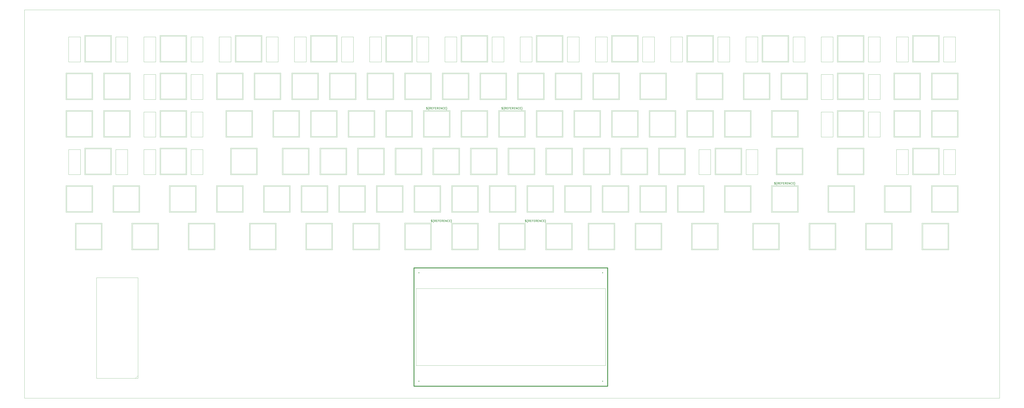
<source format=gbr>
%TF.GenerationSoftware,KiCad,Pcbnew,8.0.1-8.0.1-1~ubuntu22.04.1*%
%TF.CreationDate,2024-04-12T16:39:56+03:00*%
%TF.ProjectId,SpaceCadet,53706163-6543-4616-9465-742e6b696361,rev?*%
%TF.SameCoordinates,Original*%
%TF.FileFunction,AssemblyDrawing,Top*%
%FSLAX46Y46*%
G04 Gerber Fmt 4.6, Leading zero omitted, Abs format (unit mm)*
G04 Created by KiCad (PCBNEW 8.0.1-8.0.1-1~ubuntu22.04.1) date 2024-04-12 16:39:56*
%MOMM*%
%LPD*%
G01*
G04 APERTURE LIST*
%ADD10C,0.150000*%
%ADD11C,0.100000*%
%ADD12C,0.381000*%
%ADD13C,0.120000*%
%TA.AperFunction,Profile*%
%ADD14C,0.100000*%
%TD*%
G04 APERTURE END LIST*
D10*
X265488014Y-116773204D02*
X265630871Y-116820823D01*
X265630871Y-116820823D02*
X265868966Y-116820823D01*
X265868966Y-116820823D02*
X265964204Y-116773204D01*
X265964204Y-116773204D02*
X266011823Y-116725584D01*
X266011823Y-116725584D02*
X266059442Y-116630346D01*
X266059442Y-116630346D02*
X266059442Y-116535108D01*
X266059442Y-116535108D02*
X266011823Y-116439870D01*
X266011823Y-116439870D02*
X265964204Y-116392251D01*
X265964204Y-116392251D02*
X265868966Y-116344632D01*
X265868966Y-116344632D02*
X265678490Y-116297013D01*
X265678490Y-116297013D02*
X265583252Y-116249394D01*
X265583252Y-116249394D02*
X265535633Y-116201775D01*
X265535633Y-116201775D02*
X265488014Y-116106537D01*
X265488014Y-116106537D02*
X265488014Y-116011299D01*
X265488014Y-116011299D02*
X265535633Y-115916061D01*
X265535633Y-115916061D02*
X265583252Y-115868442D01*
X265583252Y-115868442D02*
X265678490Y-115820823D01*
X265678490Y-115820823D02*
X265916585Y-115820823D01*
X265916585Y-115820823D02*
X266059442Y-115868442D01*
X265773728Y-115677965D02*
X265773728Y-116963680D01*
X266773728Y-117201775D02*
X266726109Y-117201775D01*
X266726109Y-117201775D02*
X266630871Y-117154156D01*
X266630871Y-117154156D02*
X266583252Y-117058918D01*
X266583252Y-117058918D02*
X266583252Y-116582727D01*
X266583252Y-116582727D02*
X266535633Y-116487489D01*
X266535633Y-116487489D02*
X266440395Y-116439870D01*
X266440395Y-116439870D02*
X266535633Y-116392251D01*
X266535633Y-116392251D02*
X266583252Y-116297013D01*
X266583252Y-116297013D02*
X266583252Y-115820823D01*
X266583252Y-115820823D02*
X266630871Y-115725584D01*
X266630871Y-115725584D02*
X266726109Y-115677965D01*
X266726109Y-115677965D02*
X266773728Y-115677965D01*
X267726109Y-116820823D02*
X267392776Y-116344632D01*
X267154681Y-116820823D02*
X267154681Y-115820823D01*
X267154681Y-115820823D02*
X267535633Y-115820823D01*
X267535633Y-115820823D02*
X267630871Y-115868442D01*
X267630871Y-115868442D02*
X267678490Y-115916061D01*
X267678490Y-115916061D02*
X267726109Y-116011299D01*
X267726109Y-116011299D02*
X267726109Y-116154156D01*
X267726109Y-116154156D02*
X267678490Y-116249394D01*
X267678490Y-116249394D02*
X267630871Y-116297013D01*
X267630871Y-116297013D02*
X267535633Y-116344632D01*
X267535633Y-116344632D02*
X267154681Y-116344632D01*
X268154681Y-116297013D02*
X268488014Y-116297013D01*
X268630871Y-116820823D02*
X268154681Y-116820823D01*
X268154681Y-116820823D02*
X268154681Y-115820823D01*
X268154681Y-115820823D02*
X268630871Y-115820823D01*
X269392776Y-116297013D02*
X269059443Y-116297013D01*
X269059443Y-116820823D02*
X269059443Y-115820823D01*
X269059443Y-115820823D02*
X269535633Y-115820823D01*
X269916586Y-116297013D02*
X270249919Y-116297013D01*
X270392776Y-116820823D02*
X269916586Y-116820823D01*
X269916586Y-116820823D02*
X269916586Y-115820823D01*
X269916586Y-115820823D02*
X270392776Y-115820823D01*
X271392776Y-116820823D02*
X271059443Y-116344632D01*
X270821348Y-116820823D02*
X270821348Y-115820823D01*
X270821348Y-115820823D02*
X271202300Y-115820823D01*
X271202300Y-115820823D02*
X271297538Y-115868442D01*
X271297538Y-115868442D02*
X271345157Y-115916061D01*
X271345157Y-115916061D02*
X271392776Y-116011299D01*
X271392776Y-116011299D02*
X271392776Y-116154156D01*
X271392776Y-116154156D02*
X271345157Y-116249394D01*
X271345157Y-116249394D02*
X271297538Y-116297013D01*
X271297538Y-116297013D02*
X271202300Y-116344632D01*
X271202300Y-116344632D02*
X270821348Y-116344632D01*
X271821348Y-116297013D02*
X272154681Y-116297013D01*
X272297538Y-116820823D02*
X271821348Y-116820823D01*
X271821348Y-116820823D02*
X271821348Y-115820823D01*
X271821348Y-115820823D02*
X272297538Y-115820823D01*
X272726110Y-116820823D02*
X272726110Y-115820823D01*
X272726110Y-115820823D02*
X273297538Y-116820823D01*
X273297538Y-116820823D02*
X273297538Y-115820823D01*
X274345157Y-116725584D02*
X274297538Y-116773204D01*
X274297538Y-116773204D02*
X274154681Y-116820823D01*
X274154681Y-116820823D02*
X274059443Y-116820823D01*
X274059443Y-116820823D02*
X273916586Y-116773204D01*
X273916586Y-116773204D02*
X273821348Y-116677965D01*
X273821348Y-116677965D02*
X273773729Y-116582727D01*
X273773729Y-116582727D02*
X273726110Y-116392251D01*
X273726110Y-116392251D02*
X273726110Y-116249394D01*
X273726110Y-116249394D02*
X273773729Y-116058918D01*
X273773729Y-116058918D02*
X273821348Y-115963680D01*
X273821348Y-115963680D02*
X273916586Y-115868442D01*
X273916586Y-115868442D02*
X274059443Y-115820823D01*
X274059443Y-115820823D02*
X274154681Y-115820823D01*
X274154681Y-115820823D02*
X274297538Y-115868442D01*
X274297538Y-115868442D02*
X274345157Y-115916061D01*
X274773729Y-116297013D02*
X275107062Y-116297013D01*
X275249919Y-116820823D02*
X274773729Y-116820823D01*
X274773729Y-116820823D02*
X274773729Y-115820823D01*
X274773729Y-115820823D02*
X275249919Y-115820823D01*
X275583253Y-117201775D02*
X275630872Y-117201775D01*
X275630872Y-117201775D02*
X275726110Y-117154156D01*
X275726110Y-117154156D02*
X275773729Y-117058918D01*
X275773729Y-117058918D02*
X275773729Y-116582727D01*
X275773729Y-116582727D02*
X275821348Y-116487489D01*
X275821348Y-116487489D02*
X275916586Y-116439870D01*
X275916586Y-116439870D02*
X275821348Y-116392251D01*
X275821348Y-116392251D02*
X275773729Y-116297013D01*
X275773729Y-116297013D02*
X275773729Y-115820823D01*
X275773729Y-115820823D02*
X275726110Y-115725584D01*
X275726110Y-115725584D02*
X275630872Y-115677965D01*
X275630872Y-115677965D02*
X275583253Y-115677965D01*
X217863014Y-116773204D02*
X218005871Y-116820823D01*
X218005871Y-116820823D02*
X218243966Y-116820823D01*
X218243966Y-116820823D02*
X218339204Y-116773204D01*
X218339204Y-116773204D02*
X218386823Y-116725584D01*
X218386823Y-116725584D02*
X218434442Y-116630346D01*
X218434442Y-116630346D02*
X218434442Y-116535108D01*
X218434442Y-116535108D02*
X218386823Y-116439870D01*
X218386823Y-116439870D02*
X218339204Y-116392251D01*
X218339204Y-116392251D02*
X218243966Y-116344632D01*
X218243966Y-116344632D02*
X218053490Y-116297013D01*
X218053490Y-116297013D02*
X217958252Y-116249394D01*
X217958252Y-116249394D02*
X217910633Y-116201775D01*
X217910633Y-116201775D02*
X217863014Y-116106537D01*
X217863014Y-116106537D02*
X217863014Y-116011299D01*
X217863014Y-116011299D02*
X217910633Y-115916061D01*
X217910633Y-115916061D02*
X217958252Y-115868442D01*
X217958252Y-115868442D02*
X218053490Y-115820823D01*
X218053490Y-115820823D02*
X218291585Y-115820823D01*
X218291585Y-115820823D02*
X218434442Y-115868442D01*
X218148728Y-115677965D02*
X218148728Y-116963680D01*
X219148728Y-117201775D02*
X219101109Y-117201775D01*
X219101109Y-117201775D02*
X219005871Y-117154156D01*
X219005871Y-117154156D02*
X218958252Y-117058918D01*
X218958252Y-117058918D02*
X218958252Y-116582727D01*
X218958252Y-116582727D02*
X218910633Y-116487489D01*
X218910633Y-116487489D02*
X218815395Y-116439870D01*
X218815395Y-116439870D02*
X218910633Y-116392251D01*
X218910633Y-116392251D02*
X218958252Y-116297013D01*
X218958252Y-116297013D02*
X218958252Y-115820823D01*
X218958252Y-115820823D02*
X219005871Y-115725584D01*
X219005871Y-115725584D02*
X219101109Y-115677965D01*
X219101109Y-115677965D02*
X219148728Y-115677965D01*
X220101109Y-116820823D02*
X219767776Y-116344632D01*
X219529681Y-116820823D02*
X219529681Y-115820823D01*
X219529681Y-115820823D02*
X219910633Y-115820823D01*
X219910633Y-115820823D02*
X220005871Y-115868442D01*
X220005871Y-115868442D02*
X220053490Y-115916061D01*
X220053490Y-115916061D02*
X220101109Y-116011299D01*
X220101109Y-116011299D02*
X220101109Y-116154156D01*
X220101109Y-116154156D02*
X220053490Y-116249394D01*
X220053490Y-116249394D02*
X220005871Y-116297013D01*
X220005871Y-116297013D02*
X219910633Y-116344632D01*
X219910633Y-116344632D02*
X219529681Y-116344632D01*
X220529681Y-116297013D02*
X220863014Y-116297013D01*
X221005871Y-116820823D02*
X220529681Y-116820823D01*
X220529681Y-116820823D02*
X220529681Y-115820823D01*
X220529681Y-115820823D02*
X221005871Y-115820823D01*
X221767776Y-116297013D02*
X221434443Y-116297013D01*
X221434443Y-116820823D02*
X221434443Y-115820823D01*
X221434443Y-115820823D02*
X221910633Y-115820823D01*
X222291586Y-116297013D02*
X222624919Y-116297013D01*
X222767776Y-116820823D02*
X222291586Y-116820823D01*
X222291586Y-116820823D02*
X222291586Y-115820823D01*
X222291586Y-115820823D02*
X222767776Y-115820823D01*
X223767776Y-116820823D02*
X223434443Y-116344632D01*
X223196348Y-116820823D02*
X223196348Y-115820823D01*
X223196348Y-115820823D02*
X223577300Y-115820823D01*
X223577300Y-115820823D02*
X223672538Y-115868442D01*
X223672538Y-115868442D02*
X223720157Y-115916061D01*
X223720157Y-115916061D02*
X223767776Y-116011299D01*
X223767776Y-116011299D02*
X223767776Y-116154156D01*
X223767776Y-116154156D02*
X223720157Y-116249394D01*
X223720157Y-116249394D02*
X223672538Y-116297013D01*
X223672538Y-116297013D02*
X223577300Y-116344632D01*
X223577300Y-116344632D02*
X223196348Y-116344632D01*
X224196348Y-116297013D02*
X224529681Y-116297013D01*
X224672538Y-116820823D02*
X224196348Y-116820823D01*
X224196348Y-116820823D02*
X224196348Y-115820823D01*
X224196348Y-115820823D02*
X224672538Y-115820823D01*
X225101110Y-116820823D02*
X225101110Y-115820823D01*
X225101110Y-115820823D02*
X225672538Y-116820823D01*
X225672538Y-116820823D02*
X225672538Y-115820823D01*
X226720157Y-116725584D02*
X226672538Y-116773204D01*
X226672538Y-116773204D02*
X226529681Y-116820823D01*
X226529681Y-116820823D02*
X226434443Y-116820823D01*
X226434443Y-116820823D02*
X226291586Y-116773204D01*
X226291586Y-116773204D02*
X226196348Y-116677965D01*
X226196348Y-116677965D02*
X226148729Y-116582727D01*
X226148729Y-116582727D02*
X226101110Y-116392251D01*
X226101110Y-116392251D02*
X226101110Y-116249394D01*
X226101110Y-116249394D02*
X226148729Y-116058918D01*
X226148729Y-116058918D02*
X226196348Y-115963680D01*
X226196348Y-115963680D02*
X226291586Y-115868442D01*
X226291586Y-115868442D02*
X226434443Y-115820823D01*
X226434443Y-115820823D02*
X226529681Y-115820823D01*
X226529681Y-115820823D02*
X226672538Y-115868442D01*
X226672538Y-115868442D02*
X226720157Y-115916061D01*
X227148729Y-116297013D02*
X227482062Y-116297013D01*
X227624919Y-116820823D02*
X227148729Y-116820823D01*
X227148729Y-116820823D02*
X227148729Y-115820823D01*
X227148729Y-115820823D02*
X227624919Y-115820823D01*
X227958253Y-117201775D02*
X228005872Y-117201775D01*
X228005872Y-117201775D02*
X228101110Y-117154156D01*
X228101110Y-117154156D02*
X228148729Y-117058918D01*
X228148729Y-117058918D02*
X228148729Y-116582727D01*
X228148729Y-116582727D02*
X228196348Y-116487489D01*
X228196348Y-116487489D02*
X228291586Y-116439870D01*
X228291586Y-116439870D02*
X228196348Y-116392251D01*
X228196348Y-116392251D02*
X228148729Y-116297013D01*
X228148729Y-116297013D02*
X228148729Y-115820823D01*
X228148729Y-115820823D02*
X228101110Y-115725584D01*
X228101110Y-115725584D02*
X228005872Y-115677965D01*
X228005872Y-115677965D02*
X227958253Y-115677965D01*
X253581704Y-59623204D02*
X253724561Y-59670823D01*
X253724561Y-59670823D02*
X253962656Y-59670823D01*
X253962656Y-59670823D02*
X254057894Y-59623204D01*
X254057894Y-59623204D02*
X254105513Y-59575584D01*
X254105513Y-59575584D02*
X254153132Y-59480346D01*
X254153132Y-59480346D02*
X254153132Y-59385108D01*
X254153132Y-59385108D02*
X254105513Y-59289870D01*
X254105513Y-59289870D02*
X254057894Y-59242251D01*
X254057894Y-59242251D02*
X253962656Y-59194632D01*
X253962656Y-59194632D02*
X253772180Y-59147013D01*
X253772180Y-59147013D02*
X253676942Y-59099394D01*
X253676942Y-59099394D02*
X253629323Y-59051775D01*
X253629323Y-59051775D02*
X253581704Y-58956537D01*
X253581704Y-58956537D02*
X253581704Y-58861299D01*
X253581704Y-58861299D02*
X253629323Y-58766061D01*
X253629323Y-58766061D02*
X253676942Y-58718442D01*
X253676942Y-58718442D02*
X253772180Y-58670823D01*
X253772180Y-58670823D02*
X254010275Y-58670823D01*
X254010275Y-58670823D02*
X254153132Y-58718442D01*
X253867418Y-58527965D02*
X253867418Y-59813680D01*
X254867418Y-60051775D02*
X254819799Y-60051775D01*
X254819799Y-60051775D02*
X254724561Y-60004156D01*
X254724561Y-60004156D02*
X254676942Y-59908918D01*
X254676942Y-59908918D02*
X254676942Y-59432727D01*
X254676942Y-59432727D02*
X254629323Y-59337489D01*
X254629323Y-59337489D02*
X254534085Y-59289870D01*
X254534085Y-59289870D02*
X254629323Y-59242251D01*
X254629323Y-59242251D02*
X254676942Y-59147013D01*
X254676942Y-59147013D02*
X254676942Y-58670823D01*
X254676942Y-58670823D02*
X254724561Y-58575584D01*
X254724561Y-58575584D02*
X254819799Y-58527965D01*
X254819799Y-58527965D02*
X254867418Y-58527965D01*
X255819799Y-59670823D02*
X255486466Y-59194632D01*
X255248371Y-59670823D02*
X255248371Y-58670823D01*
X255248371Y-58670823D02*
X255629323Y-58670823D01*
X255629323Y-58670823D02*
X255724561Y-58718442D01*
X255724561Y-58718442D02*
X255772180Y-58766061D01*
X255772180Y-58766061D02*
X255819799Y-58861299D01*
X255819799Y-58861299D02*
X255819799Y-59004156D01*
X255819799Y-59004156D02*
X255772180Y-59099394D01*
X255772180Y-59099394D02*
X255724561Y-59147013D01*
X255724561Y-59147013D02*
X255629323Y-59194632D01*
X255629323Y-59194632D02*
X255248371Y-59194632D01*
X256248371Y-59147013D02*
X256581704Y-59147013D01*
X256724561Y-59670823D02*
X256248371Y-59670823D01*
X256248371Y-59670823D02*
X256248371Y-58670823D01*
X256248371Y-58670823D02*
X256724561Y-58670823D01*
X257486466Y-59147013D02*
X257153133Y-59147013D01*
X257153133Y-59670823D02*
X257153133Y-58670823D01*
X257153133Y-58670823D02*
X257629323Y-58670823D01*
X258010276Y-59147013D02*
X258343609Y-59147013D01*
X258486466Y-59670823D02*
X258010276Y-59670823D01*
X258010276Y-59670823D02*
X258010276Y-58670823D01*
X258010276Y-58670823D02*
X258486466Y-58670823D01*
X259486466Y-59670823D02*
X259153133Y-59194632D01*
X258915038Y-59670823D02*
X258915038Y-58670823D01*
X258915038Y-58670823D02*
X259295990Y-58670823D01*
X259295990Y-58670823D02*
X259391228Y-58718442D01*
X259391228Y-58718442D02*
X259438847Y-58766061D01*
X259438847Y-58766061D02*
X259486466Y-58861299D01*
X259486466Y-58861299D02*
X259486466Y-59004156D01*
X259486466Y-59004156D02*
X259438847Y-59099394D01*
X259438847Y-59099394D02*
X259391228Y-59147013D01*
X259391228Y-59147013D02*
X259295990Y-59194632D01*
X259295990Y-59194632D02*
X258915038Y-59194632D01*
X259915038Y-59147013D02*
X260248371Y-59147013D01*
X260391228Y-59670823D02*
X259915038Y-59670823D01*
X259915038Y-59670823D02*
X259915038Y-58670823D01*
X259915038Y-58670823D02*
X260391228Y-58670823D01*
X260819800Y-59670823D02*
X260819800Y-58670823D01*
X260819800Y-58670823D02*
X261391228Y-59670823D01*
X261391228Y-59670823D02*
X261391228Y-58670823D01*
X262438847Y-59575584D02*
X262391228Y-59623204D01*
X262391228Y-59623204D02*
X262248371Y-59670823D01*
X262248371Y-59670823D02*
X262153133Y-59670823D01*
X262153133Y-59670823D02*
X262010276Y-59623204D01*
X262010276Y-59623204D02*
X261915038Y-59527965D01*
X261915038Y-59527965D02*
X261867419Y-59432727D01*
X261867419Y-59432727D02*
X261819800Y-59242251D01*
X261819800Y-59242251D02*
X261819800Y-59099394D01*
X261819800Y-59099394D02*
X261867419Y-58908918D01*
X261867419Y-58908918D02*
X261915038Y-58813680D01*
X261915038Y-58813680D02*
X262010276Y-58718442D01*
X262010276Y-58718442D02*
X262153133Y-58670823D01*
X262153133Y-58670823D02*
X262248371Y-58670823D01*
X262248371Y-58670823D02*
X262391228Y-58718442D01*
X262391228Y-58718442D02*
X262438847Y-58766061D01*
X262867419Y-59147013D02*
X263200752Y-59147013D01*
X263343609Y-59670823D02*
X262867419Y-59670823D01*
X262867419Y-59670823D02*
X262867419Y-58670823D01*
X262867419Y-58670823D02*
X263343609Y-58670823D01*
X263676943Y-60051775D02*
X263724562Y-60051775D01*
X263724562Y-60051775D02*
X263819800Y-60004156D01*
X263819800Y-60004156D02*
X263867419Y-59908918D01*
X263867419Y-59908918D02*
X263867419Y-59432727D01*
X263867419Y-59432727D02*
X263915038Y-59337489D01*
X263915038Y-59337489D02*
X264010276Y-59289870D01*
X264010276Y-59289870D02*
X263915038Y-59242251D01*
X263915038Y-59242251D02*
X263867419Y-59147013D01*
X263867419Y-59147013D02*
X263867419Y-58670823D01*
X263867419Y-58670823D02*
X263819800Y-58575584D01*
X263819800Y-58575584D02*
X263724562Y-58527965D01*
X263724562Y-58527965D02*
X263676943Y-58527965D01*
X215481724Y-59623204D02*
X215624581Y-59670823D01*
X215624581Y-59670823D02*
X215862676Y-59670823D01*
X215862676Y-59670823D02*
X215957914Y-59623204D01*
X215957914Y-59623204D02*
X216005533Y-59575584D01*
X216005533Y-59575584D02*
X216053152Y-59480346D01*
X216053152Y-59480346D02*
X216053152Y-59385108D01*
X216053152Y-59385108D02*
X216005533Y-59289870D01*
X216005533Y-59289870D02*
X215957914Y-59242251D01*
X215957914Y-59242251D02*
X215862676Y-59194632D01*
X215862676Y-59194632D02*
X215672200Y-59147013D01*
X215672200Y-59147013D02*
X215576962Y-59099394D01*
X215576962Y-59099394D02*
X215529343Y-59051775D01*
X215529343Y-59051775D02*
X215481724Y-58956537D01*
X215481724Y-58956537D02*
X215481724Y-58861299D01*
X215481724Y-58861299D02*
X215529343Y-58766061D01*
X215529343Y-58766061D02*
X215576962Y-58718442D01*
X215576962Y-58718442D02*
X215672200Y-58670823D01*
X215672200Y-58670823D02*
X215910295Y-58670823D01*
X215910295Y-58670823D02*
X216053152Y-58718442D01*
X215767438Y-58527965D02*
X215767438Y-59813680D01*
X216767438Y-60051775D02*
X216719819Y-60051775D01*
X216719819Y-60051775D02*
X216624581Y-60004156D01*
X216624581Y-60004156D02*
X216576962Y-59908918D01*
X216576962Y-59908918D02*
X216576962Y-59432727D01*
X216576962Y-59432727D02*
X216529343Y-59337489D01*
X216529343Y-59337489D02*
X216434105Y-59289870D01*
X216434105Y-59289870D02*
X216529343Y-59242251D01*
X216529343Y-59242251D02*
X216576962Y-59147013D01*
X216576962Y-59147013D02*
X216576962Y-58670823D01*
X216576962Y-58670823D02*
X216624581Y-58575584D01*
X216624581Y-58575584D02*
X216719819Y-58527965D01*
X216719819Y-58527965D02*
X216767438Y-58527965D01*
X217719819Y-59670823D02*
X217386486Y-59194632D01*
X217148391Y-59670823D02*
X217148391Y-58670823D01*
X217148391Y-58670823D02*
X217529343Y-58670823D01*
X217529343Y-58670823D02*
X217624581Y-58718442D01*
X217624581Y-58718442D02*
X217672200Y-58766061D01*
X217672200Y-58766061D02*
X217719819Y-58861299D01*
X217719819Y-58861299D02*
X217719819Y-59004156D01*
X217719819Y-59004156D02*
X217672200Y-59099394D01*
X217672200Y-59099394D02*
X217624581Y-59147013D01*
X217624581Y-59147013D02*
X217529343Y-59194632D01*
X217529343Y-59194632D02*
X217148391Y-59194632D01*
X218148391Y-59147013D02*
X218481724Y-59147013D01*
X218624581Y-59670823D02*
X218148391Y-59670823D01*
X218148391Y-59670823D02*
X218148391Y-58670823D01*
X218148391Y-58670823D02*
X218624581Y-58670823D01*
X219386486Y-59147013D02*
X219053153Y-59147013D01*
X219053153Y-59670823D02*
X219053153Y-58670823D01*
X219053153Y-58670823D02*
X219529343Y-58670823D01*
X219910296Y-59147013D02*
X220243629Y-59147013D01*
X220386486Y-59670823D02*
X219910296Y-59670823D01*
X219910296Y-59670823D02*
X219910296Y-58670823D01*
X219910296Y-58670823D02*
X220386486Y-58670823D01*
X221386486Y-59670823D02*
X221053153Y-59194632D01*
X220815058Y-59670823D02*
X220815058Y-58670823D01*
X220815058Y-58670823D02*
X221196010Y-58670823D01*
X221196010Y-58670823D02*
X221291248Y-58718442D01*
X221291248Y-58718442D02*
X221338867Y-58766061D01*
X221338867Y-58766061D02*
X221386486Y-58861299D01*
X221386486Y-58861299D02*
X221386486Y-59004156D01*
X221386486Y-59004156D02*
X221338867Y-59099394D01*
X221338867Y-59099394D02*
X221291248Y-59147013D01*
X221291248Y-59147013D02*
X221196010Y-59194632D01*
X221196010Y-59194632D02*
X220815058Y-59194632D01*
X221815058Y-59147013D02*
X222148391Y-59147013D01*
X222291248Y-59670823D02*
X221815058Y-59670823D01*
X221815058Y-59670823D02*
X221815058Y-58670823D01*
X221815058Y-58670823D02*
X222291248Y-58670823D01*
X222719820Y-59670823D02*
X222719820Y-58670823D01*
X222719820Y-58670823D02*
X223291248Y-59670823D01*
X223291248Y-59670823D02*
X223291248Y-58670823D01*
X224338867Y-59575584D02*
X224291248Y-59623204D01*
X224291248Y-59623204D02*
X224148391Y-59670823D01*
X224148391Y-59670823D02*
X224053153Y-59670823D01*
X224053153Y-59670823D02*
X223910296Y-59623204D01*
X223910296Y-59623204D02*
X223815058Y-59527965D01*
X223815058Y-59527965D02*
X223767439Y-59432727D01*
X223767439Y-59432727D02*
X223719820Y-59242251D01*
X223719820Y-59242251D02*
X223719820Y-59099394D01*
X223719820Y-59099394D02*
X223767439Y-58908918D01*
X223767439Y-58908918D02*
X223815058Y-58813680D01*
X223815058Y-58813680D02*
X223910296Y-58718442D01*
X223910296Y-58718442D02*
X224053153Y-58670823D01*
X224053153Y-58670823D02*
X224148391Y-58670823D01*
X224148391Y-58670823D02*
X224291248Y-58718442D01*
X224291248Y-58718442D02*
X224338867Y-58766061D01*
X224767439Y-59147013D02*
X225100772Y-59147013D01*
X225243629Y-59670823D02*
X224767439Y-59670823D01*
X224767439Y-59670823D02*
X224767439Y-58670823D01*
X224767439Y-58670823D02*
X225243629Y-58670823D01*
X225576963Y-60051775D02*
X225624582Y-60051775D01*
X225624582Y-60051775D02*
X225719820Y-60004156D01*
X225719820Y-60004156D02*
X225767439Y-59908918D01*
X225767439Y-59908918D02*
X225767439Y-59432727D01*
X225767439Y-59432727D02*
X225815058Y-59337489D01*
X225815058Y-59337489D02*
X225910296Y-59289870D01*
X225910296Y-59289870D02*
X225815058Y-59242251D01*
X225815058Y-59242251D02*
X225767439Y-59147013D01*
X225767439Y-59147013D02*
X225767439Y-58670823D01*
X225767439Y-58670823D02*
X225719820Y-58575584D01*
X225719820Y-58575584D02*
X225624582Y-58527965D01*
X225624582Y-58527965D02*
X225576963Y-58527965D01*
X391694154Y-97723199D02*
X391837011Y-97770818D01*
X391837011Y-97770818D02*
X392075106Y-97770818D01*
X392075106Y-97770818D02*
X392170344Y-97723199D01*
X392170344Y-97723199D02*
X392217963Y-97675579D01*
X392217963Y-97675579D02*
X392265582Y-97580341D01*
X392265582Y-97580341D02*
X392265582Y-97485103D01*
X392265582Y-97485103D02*
X392217963Y-97389865D01*
X392217963Y-97389865D02*
X392170344Y-97342246D01*
X392170344Y-97342246D02*
X392075106Y-97294627D01*
X392075106Y-97294627D02*
X391884630Y-97247008D01*
X391884630Y-97247008D02*
X391789392Y-97199389D01*
X391789392Y-97199389D02*
X391741773Y-97151770D01*
X391741773Y-97151770D02*
X391694154Y-97056532D01*
X391694154Y-97056532D02*
X391694154Y-96961294D01*
X391694154Y-96961294D02*
X391741773Y-96866056D01*
X391741773Y-96866056D02*
X391789392Y-96818437D01*
X391789392Y-96818437D02*
X391884630Y-96770818D01*
X391884630Y-96770818D02*
X392122725Y-96770818D01*
X392122725Y-96770818D02*
X392265582Y-96818437D01*
X391979868Y-96627960D02*
X391979868Y-97913675D01*
X392979868Y-98151770D02*
X392932249Y-98151770D01*
X392932249Y-98151770D02*
X392837011Y-98104151D01*
X392837011Y-98104151D02*
X392789392Y-98008913D01*
X392789392Y-98008913D02*
X392789392Y-97532722D01*
X392789392Y-97532722D02*
X392741773Y-97437484D01*
X392741773Y-97437484D02*
X392646535Y-97389865D01*
X392646535Y-97389865D02*
X392741773Y-97342246D01*
X392741773Y-97342246D02*
X392789392Y-97247008D01*
X392789392Y-97247008D02*
X392789392Y-96770818D01*
X392789392Y-96770818D02*
X392837011Y-96675579D01*
X392837011Y-96675579D02*
X392932249Y-96627960D01*
X392932249Y-96627960D02*
X392979868Y-96627960D01*
X393932249Y-97770818D02*
X393598916Y-97294627D01*
X393360821Y-97770818D02*
X393360821Y-96770818D01*
X393360821Y-96770818D02*
X393741773Y-96770818D01*
X393741773Y-96770818D02*
X393837011Y-96818437D01*
X393837011Y-96818437D02*
X393884630Y-96866056D01*
X393884630Y-96866056D02*
X393932249Y-96961294D01*
X393932249Y-96961294D02*
X393932249Y-97104151D01*
X393932249Y-97104151D02*
X393884630Y-97199389D01*
X393884630Y-97199389D02*
X393837011Y-97247008D01*
X393837011Y-97247008D02*
X393741773Y-97294627D01*
X393741773Y-97294627D02*
X393360821Y-97294627D01*
X394360821Y-97247008D02*
X394694154Y-97247008D01*
X394837011Y-97770818D02*
X394360821Y-97770818D01*
X394360821Y-97770818D02*
X394360821Y-96770818D01*
X394360821Y-96770818D02*
X394837011Y-96770818D01*
X395598916Y-97247008D02*
X395265583Y-97247008D01*
X395265583Y-97770818D02*
X395265583Y-96770818D01*
X395265583Y-96770818D02*
X395741773Y-96770818D01*
X396122726Y-97247008D02*
X396456059Y-97247008D01*
X396598916Y-97770818D02*
X396122726Y-97770818D01*
X396122726Y-97770818D02*
X396122726Y-96770818D01*
X396122726Y-96770818D02*
X396598916Y-96770818D01*
X397598916Y-97770818D02*
X397265583Y-97294627D01*
X397027488Y-97770818D02*
X397027488Y-96770818D01*
X397027488Y-96770818D02*
X397408440Y-96770818D01*
X397408440Y-96770818D02*
X397503678Y-96818437D01*
X397503678Y-96818437D02*
X397551297Y-96866056D01*
X397551297Y-96866056D02*
X397598916Y-96961294D01*
X397598916Y-96961294D02*
X397598916Y-97104151D01*
X397598916Y-97104151D02*
X397551297Y-97199389D01*
X397551297Y-97199389D02*
X397503678Y-97247008D01*
X397503678Y-97247008D02*
X397408440Y-97294627D01*
X397408440Y-97294627D02*
X397027488Y-97294627D01*
X398027488Y-97247008D02*
X398360821Y-97247008D01*
X398503678Y-97770818D02*
X398027488Y-97770818D01*
X398027488Y-97770818D02*
X398027488Y-96770818D01*
X398027488Y-96770818D02*
X398503678Y-96770818D01*
X398932250Y-97770818D02*
X398932250Y-96770818D01*
X398932250Y-96770818D02*
X399503678Y-97770818D01*
X399503678Y-97770818D02*
X399503678Y-96770818D01*
X400551297Y-97675579D02*
X400503678Y-97723199D01*
X400503678Y-97723199D02*
X400360821Y-97770818D01*
X400360821Y-97770818D02*
X400265583Y-97770818D01*
X400265583Y-97770818D02*
X400122726Y-97723199D01*
X400122726Y-97723199D02*
X400027488Y-97627960D01*
X400027488Y-97627960D02*
X399979869Y-97532722D01*
X399979869Y-97532722D02*
X399932250Y-97342246D01*
X399932250Y-97342246D02*
X399932250Y-97199389D01*
X399932250Y-97199389D02*
X399979869Y-97008913D01*
X399979869Y-97008913D02*
X400027488Y-96913675D01*
X400027488Y-96913675D02*
X400122726Y-96818437D01*
X400122726Y-96818437D02*
X400265583Y-96770818D01*
X400265583Y-96770818D02*
X400360821Y-96770818D01*
X400360821Y-96770818D02*
X400503678Y-96818437D01*
X400503678Y-96818437D02*
X400551297Y-96866056D01*
X400979869Y-97247008D02*
X401313202Y-97247008D01*
X401456059Y-97770818D02*
X400979869Y-97770818D01*
X400979869Y-97770818D02*
X400979869Y-96770818D01*
X400979869Y-96770818D02*
X401456059Y-96770818D01*
X401789393Y-98151770D02*
X401837012Y-98151770D01*
X401837012Y-98151770D02*
X401932250Y-98104151D01*
X401932250Y-98104151D02*
X401979869Y-98008913D01*
X401979869Y-98008913D02*
X401979869Y-97532722D01*
X401979869Y-97532722D02*
X402027488Y-97437484D01*
X402027488Y-97437484D02*
X402122726Y-97389865D01*
X402122726Y-97389865D02*
X402027488Y-97342246D01*
X402027488Y-97342246D02*
X401979869Y-97247008D01*
X401979869Y-97247008D02*
X401979869Y-96770818D01*
X401979869Y-96770818D02*
X401932250Y-96675579D01*
X401932250Y-96675579D02*
X401837012Y-96627960D01*
X401837012Y-96627960D02*
X401789393Y-96627960D01*
D11*
X285783480Y-98839999D02*
X298483480Y-98839999D01*
X285783480Y-111539999D02*
X285783480Y-98839999D01*
X298483480Y-98839999D02*
X298483480Y-111539999D01*
X298483480Y-111539999D02*
X285783480Y-111539999D01*
X376270970Y-41689997D02*
X388970970Y-41689997D01*
X376270970Y-54389997D02*
X376270970Y-41689997D01*
X388970970Y-41689997D02*
X388970970Y-54389997D01*
X388970970Y-54389997D02*
X376270970Y-54389997D01*
X452470890Y-60740004D02*
X465170890Y-60740004D01*
X452470890Y-73440004D02*
X452470890Y-60740004D01*
X465170890Y-60740004D02*
X465170890Y-73440004D01*
X465170890Y-73440004D02*
X452470890Y-73440004D01*
X190533530Y-98839999D02*
X203233530Y-98839999D01*
X190533530Y-111539999D02*
X190533530Y-98839999D01*
X203233530Y-98839999D02*
X203233530Y-111539999D01*
X203233530Y-111539999D02*
X190533530Y-111539999D01*
X138146060Y-60740004D02*
X150846060Y-60740004D01*
X138146060Y-73440004D02*
X138146060Y-60740004D01*
X150846060Y-60740004D02*
X150846060Y-73440004D01*
X150846060Y-73440004D02*
X138146060Y-73440004D01*
X200058510Y-79789994D02*
X212758510Y-79789994D01*
X200058510Y-92489994D02*
X200058510Y-79789994D01*
X212758510Y-79789994D02*
X212758510Y-92489994D01*
X212758510Y-92489994D02*
X200058510Y-92489994D01*
X390558440Y-98839999D02*
X403258440Y-98839999D01*
X390558440Y-111539999D02*
X390558440Y-98839999D01*
X403258440Y-98839999D02*
X403258440Y-111539999D01*
X403258440Y-111539999D02*
X390558440Y-111539999D01*
X321502290Y-117890004D02*
X334202290Y-117890004D01*
X321502290Y-130590004D02*
X321502290Y-117890004D01*
X334202290Y-117890004D02*
X334202290Y-130590004D01*
X334202290Y-130590004D02*
X321502290Y-130590004D01*
X110508060Y-23001000D02*
X110508060Y-35701000D01*
X110508060Y-23001000D02*
X116508060Y-23001000D01*
X110508060Y-35701000D02*
X116508060Y-35701000D01*
X116508060Y-23001000D02*
X116508060Y-35701000D01*
X119096060Y-22640000D02*
X131796060Y-22640000D01*
X119096060Y-22640000D02*
X131796060Y-22640000D01*
X119096060Y-35340000D02*
X119096060Y-22640000D01*
X131796060Y-22640000D02*
X131796060Y-35340000D01*
X131796060Y-35340000D02*
X119096060Y-35340000D01*
X134384060Y-23001000D02*
X134384060Y-35701000D01*
X134384060Y-23001000D02*
X140384060Y-23001000D01*
X134384060Y-35701000D02*
X140384060Y-35701000D01*
X140384060Y-23001000D02*
X140384060Y-35701000D01*
X128621070Y-41689997D02*
X141321070Y-41689997D01*
X128621070Y-54389997D02*
X128621070Y-41689997D01*
X141321070Y-41689997D02*
X141321070Y-54389997D01*
X141321070Y-54389997D02*
X128621070Y-54389997D01*
X409608590Y-117890004D02*
X422308590Y-117890004D01*
X409608590Y-130590004D02*
X409608590Y-117890004D01*
X422308590Y-117890004D02*
X422308590Y-130590004D01*
X422308590Y-130590004D02*
X409608590Y-130590004D01*
X415307910Y-61101004D02*
X415307910Y-73801004D01*
X415307910Y-61101004D02*
X421307910Y-61101004D01*
X415307910Y-73801004D02*
X421307910Y-73801004D01*
X421307910Y-61101004D02*
X421307910Y-73801004D01*
X423895910Y-60740004D02*
X436595910Y-60740004D01*
X423895910Y-60740004D02*
X436595910Y-60740004D01*
X423895910Y-73440004D02*
X423895910Y-60740004D01*
X436595910Y-60740004D02*
X436595910Y-73440004D01*
X436595910Y-73440004D02*
X423895910Y-73440004D01*
X439183910Y-61101004D02*
X439183910Y-73801004D01*
X439183910Y-61101004D02*
X445183910Y-61101004D01*
X439183910Y-73801004D02*
X445183910Y-73801004D01*
X445183910Y-61101004D02*
X445183910Y-73801004D01*
X350077310Y-117890004D02*
X362777310Y-117890004D01*
X350077310Y-130590004D02*
X350077310Y-117890004D01*
X362777310Y-117890004D02*
X362777310Y-130590004D01*
X362777310Y-130590004D02*
X350077310Y-130590004D01*
X33371060Y-60740004D02*
X46071060Y-60740004D01*
X33371060Y-73440004D02*
X33371060Y-60740004D01*
X46071060Y-60740004D02*
X46071060Y-73440004D01*
X46071060Y-73440004D02*
X33371060Y-73440004D01*
X438183600Y-117890004D02*
X450883600Y-117890004D01*
X438183600Y-130590004D02*
X438183600Y-117890004D01*
X450883600Y-117890004D02*
X450883600Y-130590004D01*
X450883600Y-130590004D02*
X438183600Y-130590004D01*
X85758560Y-98839999D02*
X98458560Y-98839999D01*
X85758560Y-111539999D02*
X85758560Y-98839999D01*
X98458560Y-98839999D02*
X98458560Y-111539999D01*
X98458560Y-111539999D02*
X85758560Y-111539999D01*
X300070960Y-41689997D02*
X312770960Y-41689997D01*
X300070960Y-54389997D02*
X300070960Y-41689997D01*
X312770960Y-41689997D02*
X312770960Y-54389997D01*
X312770960Y-54389997D02*
X300070960Y-54389997D01*
X52421063Y-60740004D02*
X65121063Y-60740004D01*
X52421063Y-73440004D02*
X52421063Y-60740004D01*
X65121063Y-60740004D02*
X65121063Y-73440004D01*
X65121063Y-73440004D02*
X52421063Y-73440004D01*
X290545960Y-60740004D02*
X303245960Y-60740004D01*
X290545960Y-73440004D02*
X290545960Y-60740004D01*
X303245960Y-60740004D02*
X303245960Y-73440004D01*
X303245960Y-73440004D02*
X290545960Y-73440004D01*
X271495980Y-60740004D02*
X284195980Y-60740004D01*
X271495980Y-73440004D02*
X271495980Y-60740004D01*
X284195980Y-60740004D02*
X284195980Y-73440004D01*
X284195980Y-73440004D02*
X271495980Y-73440004D01*
D12*
X209185530Y-140180059D02*
X307183810Y-140180059D01*
X209185530Y-200179939D02*
X209185530Y-140180059D01*
X307183810Y-140180059D02*
X307183810Y-200179939D01*
X307183810Y-200179939D02*
X209185530Y-200179939D01*
X211710290Y-142679419D02*
G75*
G02*
X211659490Y-142679419I-25400J0D01*
G01*
X211659490Y-142679419D02*
G75*
G02*
X211710290Y-142679419I25400J0D01*
G01*
X211720811Y-197680579D02*
G75*
G02*
X211648969Y-197680579I-35921J0D01*
G01*
X211648969Y-197680579D02*
G75*
G02*
X211720811Y-197680579I35921J0D01*
G01*
X304709850Y-142679419D02*
G75*
G02*
X304659050Y-142679419I-25400J0D01*
G01*
X304659050Y-142679419D02*
G75*
G02*
X304709850Y-142679419I25400J0D01*
G01*
X304709850Y-197680579D02*
G75*
G02*
X304659050Y-197680579I-25400J0D01*
G01*
X304659050Y-197680579D02*
G75*
G02*
X304709850Y-197680579I25400J0D01*
G01*
D11*
X57183560Y-98839999D02*
X69883560Y-98839999D01*
X57183560Y-111539999D02*
X57183560Y-98839999D01*
X69883560Y-98839999D02*
X69883560Y-111539999D01*
X69883560Y-111539999D02*
X57183560Y-111539999D01*
X72408070Y-61101004D02*
X72408070Y-73801004D01*
X72408070Y-61101004D02*
X78408070Y-61101004D01*
X72408070Y-73801004D02*
X78408070Y-73801004D01*
X78408070Y-61101004D02*
X78408070Y-73801004D01*
X80996070Y-60740004D02*
X93696070Y-60740004D01*
X80996070Y-60740004D02*
X93696070Y-60740004D01*
X80996070Y-73440004D02*
X80996070Y-60740004D01*
X93696070Y-60740004D02*
X93696070Y-73440004D01*
X93696070Y-73440004D02*
X80996070Y-73440004D01*
X96284070Y-61101004D02*
X96284070Y-73801004D01*
X96284070Y-61101004D02*
X102284070Y-61101004D01*
X96284070Y-73801004D02*
X102284070Y-73801004D01*
X102284070Y-61101004D02*
X102284070Y-73801004D01*
X471520880Y-60740004D02*
X484220880Y-60740004D01*
X471520880Y-73440004D02*
X471520880Y-60740004D01*
X484220880Y-60740004D02*
X484220880Y-73440004D01*
X484220880Y-73440004D02*
X471520880Y-73440004D01*
X471520910Y-41689997D02*
X484220910Y-41689997D01*
X471520910Y-54389997D02*
X471520910Y-41689997D01*
X484220910Y-41689997D02*
X484220910Y-54389997D01*
X484220910Y-54389997D02*
X471520910Y-54389997D01*
X209583520Y-98839999D02*
X222283520Y-98839999D01*
X209583520Y-111539999D02*
X209583520Y-98839999D01*
X222283520Y-98839999D02*
X222283520Y-111539999D01*
X222283520Y-111539999D02*
X209583520Y-111539999D01*
X415307940Y-42050997D02*
X415307940Y-54750997D01*
X415307940Y-42050997D02*
X421307940Y-42050997D01*
X415307940Y-54750997D02*
X421307940Y-54750997D01*
X421307940Y-42050997D02*
X421307940Y-54750997D01*
X423895940Y-41689997D02*
X436595940Y-41689997D01*
X423895940Y-41689997D02*
X436595940Y-41689997D01*
X423895940Y-54389997D02*
X423895940Y-41689997D01*
X436595940Y-41689997D02*
X436595940Y-54389997D01*
X436595940Y-54389997D02*
X423895940Y-54389997D01*
X439183940Y-42050997D02*
X439183940Y-54750997D01*
X439183940Y-42050997D02*
X445183940Y-42050997D01*
X439183940Y-54750997D02*
X445183940Y-54750997D01*
X445183940Y-42050997D02*
X445183940Y-54750997D01*
X242920990Y-41689997D02*
X255620990Y-41689997D01*
X242920990Y-54389997D02*
X242920990Y-41689997D01*
X255620990Y-41689997D02*
X255620990Y-54389997D01*
X255620990Y-54389997D02*
X242920990Y-54389997D01*
X323883460Y-98839999D02*
X336583460Y-98839999D01*
X323883460Y-111539999D02*
X323883460Y-98839999D01*
X336583460Y-98839999D02*
X336583460Y-111539999D01*
X336583460Y-111539999D02*
X323883460Y-111539999D01*
X116714800Y-79789994D02*
X129414800Y-79789994D01*
X116714800Y-92489994D02*
X116714800Y-79789994D01*
X129414800Y-79789994D02*
X129414800Y-92489994D01*
X129414800Y-92489994D02*
X116714800Y-92489994D01*
X109567310Y-98839999D02*
X122267310Y-98839999D01*
X109567310Y-111539999D02*
X109567310Y-98839999D01*
X122267310Y-98839999D02*
X122267310Y-111539999D01*
X122267310Y-111539999D02*
X109567310Y-111539999D01*
X133357310Y-98839999D02*
X146057310Y-98839999D01*
X133357310Y-111539999D02*
X133357310Y-98839999D01*
X146057310Y-98839999D02*
X146057310Y-111539999D01*
X146057310Y-111539999D02*
X133357310Y-111539999D01*
X353395400Y-80150994D02*
X353395400Y-92850994D01*
X353395400Y-80150994D02*
X359395400Y-80150994D01*
X353395400Y-92850994D02*
X359395400Y-92850994D01*
X359395400Y-80150994D02*
X359395400Y-92850994D01*
X361983400Y-79789994D02*
X374683400Y-79789994D01*
X361983400Y-79789994D02*
X374683400Y-79789994D01*
X361983400Y-92489994D02*
X361983400Y-79789994D01*
X374683400Y-79789994D02*
X374683400Y-92489994D01*
X374683400Y-92489994D02*
X361983400Y-92489994D01*
X377271400Y-80150994D02*
X377271400Y-92850994D01*
X377271400Y-80150994D02*
X383271400Y-80150994D01*
X377271400Y-92850994D02*
X383271400Y-92850994D01*
X383271400Y-80150994D02*
X383271400Y-92850994D01*
X262908070Y-23001000D02*
X262908070Y-35701000D01*
X262908070Y-23001000D02*
X268908070Y-23001000D01*
X262908070Y-35701000D02*
X268908070Y-35701000D01*
X268908070Y-23001000D02*
X268908070Y-35701000D01*
X271496070Y-22640000D02*
X284196070Y-22640000D01*
X271496070Y-22640000D02*
X284196070Y-22640000D01*
X271496070Y-35340000D02*
X271496070Y-22640000D01*
X284196070Y-22640000D02*
X284196070Y-35340000D01*
X284196070Y-35340000D02*
X271496070Y-35340000D01*
X286784070Y-23001000D02*
X286784070Y-35701000D01*
X286784070Y-23001000D02*
X292784070Y-23001000D01*
X286784070Y-35701000D02*
X292784070Y-35701000D01*
X292784070Y-23001000D02*
X292784070Y-35701000D01*
X314358440Y-79789994D02*
X327058440Y-79789994D01*
X314358440Y-92489994D02*
X314358440Y-79789994D01*
X327058440Y-79789994D02*
X327058440Y-92489994D01*
X327058440Y-92489994D02*
X314358440Y-92489994D01*
X166721040Y-41689997D02*
X179421040Y-41689997D01*
X166721040Y-54389997D02*
X166721040Y-41689997D01*
X179421040Y-41689997D02*
X179421040Y-54389997D01*
X179421040Y-54389997D02*
X166721040Y-54389997D01*
X377207990Y-23001000D02*
X377207990Y-35701000D01*
X377207990Y-23001000D02*
X383207990Y-23001000D01*
X377207990Y-35701000D02*
X383207990Y-35701000D01*
X383207990Y-23001000D02*
X383207990Y-35701000D01*
X385795990Y-22640000D02*
X398495990Y-22640000D01*
X385795990Y-22640000D02*
X398495990Y-22640000D01*
X385795990Y-35340000D02*
X385795990Y-22640000D01*
X398495990Y-22640000D02*
X398495990Y-35340000D01*
X398495990Y-35340000D02*
X385795990Y-35340000D01*
X401083990Y-23001000D02*
X401083990Y-35701000D01*
X401083990Y-23001000D02*
X407083990Y-23001000D01*
X401083990Y-35701000D02*
X407083990Y-35701000D01*
X407083990Y-23001000D02*
X407083990Y-35701000D01*
X423895880Y-79789994D02*
X436595880Y-79789994D01*
X423895880Y-92489994D02*
X423895880Y-79789994D01*
X436595880Y-79789994D02*
X436595880Y-92489994D01*
X436595880Y-92489994D02*
X423895880Y-92489994D01*
X33371060Y-98839999D02*
X46071060Y-98839999D01*
X33371060Y-111539999D02*
X33371060Y-98839999D01*
X46071060Y-98839999D02*
X46071060Y-111539999D01*
X46071060Y-111539999D02*
X33371060Y-111539999D01*
X126239810Y-117890004D02*
X138939810Y-117890004D01*
X126239810Y-130590004D02*
X126239810Y-117890004D01*
X138939810Y-117890004D02*
X138939810Y-130590004D01*
X138939810Y-130590004D02*
X126239810Y-130590004D01*
X323883460Y-41689997D02*
X336583460Y-41689997D01*
X323883460Y-54389997D02*
X323883460Y-41689997D01*
X336583460Y-41689997D02*
X336583460Y-54389997D01*
X336583460Y-54389997D02*
X323883460Y-54389997D01*
X72408070Y-42050997D02*
X72408070Y-54750997D01*
X72408070Y-42050997D02*
X78408070Y-42050997D01*
X72408070Y-54750997D02*
X78408070Y-54750997D01*
X78408070Y-42050997D02*
X78408070Y-54750997D01*
X80996070Y-41689997D02*
X93696070Y-41689997D01*
X80996070Y-41689997D02*
X93696070Y-41689997D01*
X80996070Y-54389997D02*
X80996070Y-41689997D01*
X93696070Y-41689997D02*
X93696070Y-54389997D01*
X93696070Y-54389997D02*
X80996070Y-54389997D01*
X96284070Y-42050997D02*
X96284070Y-54750997D01*
X96284070Y-42050997D02*
X102284070Y-42050997D01*
X96284070Y-54750997D02*
X102284070Y-54750997D01*
X102284070Y-42050997D02*
X102284070Y-54750997D01*
X72408050Y-23001000D02*
X72408050Y-35701000D01*
X72408050Y-23001000D02*
X78408050Y-23001000D01*
X72408050Y-35701000D02*
X78408050Y-35701000D01*
X78408050Y-23001000D02*
X78408050Y-35701000D01*
X80996050Y-22640000D02*
X93696050Y-22640000D01*
X80996050Y-22640000D02*
X93696050Y-22640000D01*
X80996050Y-35340000D02*
X80996050Y-22640000D01*
X93696050Y-22640000D02*
X93696050Y-35340000D01*
X93696050Y-35340000D02*
X80996050Y-35340000D01*
X96284050Y-23001000D02*
X96284050Y-35701000D01*
X96284050Y-23001000D02*
X102284050Y-23001000D01*
X96284050Y-35701000D02*
X102284050Y-35701000D01*
X102284050Y-23001000D02*
X102284050Y-35701000D01*
X339108020Y-23001000D02*
X339108020Y-35701000D01*
X339108020Y-23001000D02*
X345108020Y-23001000D01*
X339108020Y-35701000D02*
X345108020Y-35701000D01*
X345108020Y-23001000D02*
X345108020Y-35701000D01*
X347696020Y-22640000D02*
X360396020Y-22640000D01*
X347696020Y-22640000D02*
X360396020Y-22640000D01*
X347696020Y-35340000D02*
X347696020Y-22640000D01*
X360396020Y-22640000D02*
X360396020Y-35340000D01*
X360396020Y-35340000D02*
X347696020Y-35340000D01*
X362984020Y-23001000D02*
X362984020Y-35701000D01*
X362984020Y-23001000D02*
X368984020Y-23001000D01*
X362984020Y-35701000D02*
X368984020Y-35701000D01*
X368984020Y-23001000D02*
X368984020Y-35701000D01*
X148608060Y-23001000D02*
X148608060Y-35701000D01*
X148608060Y-23001000D02*
X154608060Y-23001000D01*
X148608060Y-35701000D02*
X154608060Y-35701000D01*
X154608060Y-23001000D02*
X154608060Y-35701000D01*
X157196060Y-22640000D02*
X169896060Y-22640000D01*
X157196060Y-22640000D02*
X169896060Y-22640000D01*
X157196060Y-35340000D02*
X157196060Y-22640000D01*
X169896060Y-22640000D02*
X169896060Y-35340000D01*
X169896060Y-35340000D02*
X157196060Y-35340000D01*
X172484060Y-23001000D02*
X172484060Y-35701000D01*
X172484060Y-23001000D02*
X178484060Y-23001000D01*
X172484060Y-35701000D02*
X178484060Y-35701000D01*
X178484060Y-23001000D02*
X178484060Y-35701000D01*
X295308440Y-79789994D02*
X308008440Y-79789994D01*
X295308440Y-92489994D02*
X295308440Y-79789994D01*
X308008440Y-79789994D02*
X308008440Y-92489994D01*
X308008440Y-92489994D02*
X295308440Y-92489994D01*
X281020970Y-41689997D02*
X293720970Y-41689997D01*
X281020970Y-54389997D02*
X281020970Y-41689997D01*
X293720970Y-41689997D02*
X293720970Y-54389997D01*
X293720970Y-54389997D02*
X281020970Y-54389997D01*
X453407940Y-23001000D02*
X453407940Y-35701000D01*
X453407940Y-23001000D02*
X459407940Y-23001000D01*
X453407940Y-35701000D02*
X459407940Y-35701000D01*
X459407940Y-23001000D02*
X459407940Y-35701000D01*
X461995940Y-22640000D02*
X474695940Y-22640000D01*
X461995940Y-22640000D02*
X474695940Y-22640000D01*
X461995940Y-35340000D02*
X461995940Y-22640000D01*
X474695940Y-22640000D02*
X474695940Y-35340000D01*
X474695940Y-35340000D02*
X461995940Y-35340000D01*
X477283940Y-23001000D02*
X477283940Y-35701000D01*
X477283940Y-23001000D02*
X483283940Y-23001000D01*
X477283940Y-35701000D02*
X483283940Y-35701000D01*
X483283940Y-23001000D02*
X483283940Y-35701000D01*
X366745910Y-60740004D02*
X379445910Y-60740004D01*
X366745910Y-73440004D02*
X366745910Y-60740004D01*
X379445910Y-60740004D02*
X379445910Y-73440004D01*
X379445910Y-73440004D02*
X366745910Y-73440004D01*
X247683490Y-98839999D02*
X260383490Y-98839999D01*
X247683490Y-111539999D02*
X247683490Y-98839999D01*
X260383490Y-98839999D02*
X260383490Y-111539999D01*
X260383490Y-111539999D02*
X247683490Y-111539999D01*
X178627310Y-117890004D02*
X191327310Y-117890004D01*
X178627310Y-130590004D02*
X178627310Y-117890004D01*
X191327310Y-117890004D02*
X191327310Y-130590004D01*
X191327310Y-130590004D02*
X178627310Y-130590004D01*
X152433550Y-98839999D02*
X165133550Y-98839999D01*
X152433550Y-111539999D02*
X152433550Y-98839999D01*
X165133550Y-98839999D02*
X165133550Y-111539999D01*
X165133550Y-111539999D02*
X152433550Y-111539999D01*
X392939640Y-79789994D02*
X405639640Y-79789994D01*
X392939640Y-92489994D02*
X392939640Y-79789994D01*
X405639640Y-79789994D02*
X405639640Y-92489994D01*
X405639640Y-92489994D02*
X392939640Y-92489994D01*
X214346010Y-60740004D02*
X227046010Y-60740004D01*
X214346010Y-73440004D02*
X214346010Y-60740004D01*
X227046010Y-60740004D02*
X227046010Y-73440004D01*
X227046010Y-73440004D02*
X214346010Y-73440004D01*
X301008040Y-23001000D02*
X301008040Y-35701000D01*
X301008040Y-23001000D02*
X307008040Y-23001000D01*
X301008040Y-35701000D02*
X307008040Y-35701000D01*
X307008040Y-23001000D02*
X307008040Y-35701000D01*
X309596040Y-22640000D02*
X322296040Y-22640000D01*
X309596040Y-22640000D02*
X322296040Y-22640000D01*
X309596040Y-35340000D02*
X309596040Y-22640000D01*
X322296040Y-22640000D02*
X322296040Y-35340000D01*
X322296040Y-35340000D02*
X309596040Y-35340000D01*
X324884040Y-23001000D02*
X324884040Y-35701000D01*
X324884040Y-23001000D02*
X330884040Y-23001000D01*
X324884040Y-35701000D02*
X330884040Y-35701000D01*
X330884040Y-23001000D02*
X330884040Y-35701000D01*
X471520970Y-98839999D02*
X484220970Y-98839999D01*
X471520970Y-111539999D02*
X471520970Y-98839999D01*
X484220970Y-98839999D02*
X484220970Y-111539999D01*
X484220970Y-111539999D02*
X471520970Y-111539999D01*
X390558410Y-60740004D02*
X403258410Y-60740004D01*
X390558410Y-73440004D02*
X390558410Y-60740004D01*
X403258410Y-60740004D02*
X403258410Y-73440004D01*
X403258410Y-73440004D02*
X390558410Y-73440004D01*
X328645940Y-60740004D02*
X341345940Y-60740004D01*
X328645940Y-73440004D02*
X328645940Y-60740004D01*
X341345940Y-60740004D02*
X341345940Y-73440004D01*
X341345940Y-73440004D02*
X328645940Y-73440004D01*
X34308058Y-80150994D02*
X34308058Y-92850994D01*
X34308058Y-80150994D02*
X40308058Y-80150994D01*
X34308058Y-92850994D02*
X40308058Y-92850994D01*
X40308058Y-80150994D02*
X40308058Y-92850994D01*
X42896058Y-79789994D02*
X55596058Y-79789994D01*
X42896058Y-79789994D02*
X55596058Y-79789994D01*
X42896058Y-92489994D02*
X42896058Y-79789994D01*
X55596058Y-79789994D02*
X55596058Y-92489994D01*
X55596058Y-92489994D02*
X42896058Y-92489994D01*
X58184058Y-80150994D02*
X58184058Y-92850994D01*
X58184058Y-80150994D02*
X64184058Y-80150994D01*
X58184058Y-92850994D02*
X64184058Y-92850994D01*
X64184058Y-80150994D02*
X64184058Y-92850994D01*
X381033570Y-117890004D02*
X393733570Y-117890004D01*
X381033570Y-130590004D02*
X381033570Y-117890004D01*
X393733570Y-117890004D02*
X393733570Y-130590004D01*
X393733570Y-130590004D02*
X381033570Y-130590004D01*
X181008520Y-79789994D02*
X193708520Y-79789994D01*
X181008520Y-92489994D02*
X181008520Y-79789994D01*
X193708520Y-79789994D02*
X193708520Y-92489994D01*
X193708520Y-92489994D02*
X181008520Y-92489994D01*
X157196050Y-60740004D02*
X169896050Y-60740004D01*
X157196050Y-73440004D02*
X157196050Y-60740004D01*
X169896050Y-60740004D02*
X169896050Y-73440004D01*
X169896050Y-73440004D02*
X157196050Y-73440004D01*
X233396000Y-60740004D02*
X246096000Y-60740004D01*
X233396000Y-73440004D02*
X233396000Y-60740004D01*
X246096000Y-60740004D02*
X246096000Y-73440004D01*
X246096000Y-73440004D02*
X233396000Y-73440004D01*
X252445990Y-60740004D02*
X265145990Y-60740004D01*
X252445990Y-73440004D02*
X252445990Y-60740004D01*
X265145990Y-60740004D02*
X265145990Y-73440004D01*
X265145990Y-73440004D02*
X252445990Y-73440004D01*
X342929700Y-98839999D02*
X355629700Y-98839999D01*
X342929700Y-111539999D02*
X342929700Y-98839999D01*
X355629700Y-98839999D02*
X355629700Y-111539999D01*
X355629700Y-111539999D02*
X342929700Y-111539999D01*
X366719700Y-98839999D02*
X379419700Y-98839999D01*
X366719700Y-111539999D02*
X366719700Y-98839999D01*
X379419700Y-98839999D02*
X379419700Y-111539999D01*
X379419700Y-111539999D02*
X366719700Y-111539999D01*
X33371060Y-41689997D02*
X46071060Y-41689997D01*
X33371060Y-54389997D02*
X33371060Y-41689997D01*
X46071060Y-41689997D02*
X46071060Y-54389997D01*
X46071060Y-54389997D02*
X33371060Y-54389997D01*
X219108490Y-79789994D02*
X231808490Y-79789994D01*
X219108490Y-92489994D02*
X219108490Y-79789994D01*
X231808490Y-79789994D02*
X231808490Y-92489994D01*
X231808490Y-92489994D02*
X219108490Y-92489994D01*
X171483540Y-98839999D02*
X184183540Y-98839999D01*
X171483540Y-111539999D02*
X171483540Y-98839999D01*
X184183540Y-98839999D02*
X184183540Y-111539999D01*
X184183540Y-111539999D02*
X171483540Y-111539999D01*
X109571070Y-41689997D02*
X122271070Y-41689997D01*
X109571070Y-54389997D02*
X109571070Y-41689997D01*
X122271070Y-41689997D02*
X122271070Y-54389997D01*
X122271070Y-54389997D02*
X109571070Y-54389997D01*
X72408050Y-80150994D02*
X72408050Y-92850994D01*
X72408050Y-80150994D02*
X78408050Y-80150994D01*
X72408050Y-92850994D02*
X78408050Y-92850994D01*
X78408050Y-80150994D02*
X78408050Y-92850994D01*
X80996050Y-79789994D02*
X93696050Y-79789994D01*
X80996050Y-79789994D02*
X93696050Y-79789994D01*
X80996050Y-92489994D02*
X80996050Y-79789994D01*
X93696050Y-79789994D02*
X93696050Y-92489994D01*
X93696050Y-92489994D02*
X80996050Y-92489994D01*
X96284050Y-80150994D02*
X96284050Y-92850994D01*
X96284050Y-80150994D02*
X102284050Y-80150994D01*
X96284050Y-92850994D02*
X102284050Y-92850994D01*
X102284050Y-80150994D02*
X102284050Y-92850994D01*
X228633500Y-98839999D02*
X241333500Y-98839999D01*
X228633500Y-111539999D02*
X228633500Y-98839999D01*
X241333500Y-98839999D02*
X241333500Y-111539999D01*
X241333500Y-111539999D02*
X228633500Y-111539999D01*
X452470920Y-41689997D02*
X465170920Y-41689997D01*
X452470920Y-54389997D02*
X452470920Y-41689997D01*
X465170920Y-41689997D02*
X465170920Y-54389997D01*
X465170920Y-54389997D02*
X452470920Y-54389997D01*
X276258460Y-79789994D02*
X288958460Y-79789994D01*
X276258460Y-92489994D02*
X276258460Y-79789994D01*
X288958460Y-79789994D02*
X288958460Y-92489994D01*
X288958460Y-92489994D02*
X276258460Y-92489994D01*
X453407840Y-80150994D02*
X453407840Y-92850994D01*
X453407840Y-80150994D02*
X459407840Y-80150994D01*
X453407840Y-92850994D02*
X459407840Y-92850994D01*
X459407840Y-80150994D02*
X459407840Y-92850994D01*
X461995840Y-79789994D02*
X474695840Y-79789994D01*
X461995840Y-79789994D02*
X474695840Y-79789994D01*
X461995840Y-92489994D02*
X461995840Y-79789994D01*
X474695840Y-79789994D02*
X474695840Y-92489994D01*
X474695840Y-92489994D02*
X461995840Y-92489994D01*
X477283840Y-80150994D02*
X477283840Y-92850994D01*
X477283840Y-80150994D02*
X483283840Y-80150994D01*
X477283840Y-92850994D02*
X483283840Y-92850994D01*
X483283840Y-80150994D02*
X483283840Y-92850994D01*
X114333570Y-60740004D02*
X127033570Y-60740004D01*
X114333570Y-73440004D02*
X114333570Y-60740004D01*
X127033570Y-60740004D02*
X127033570Y-73440004D01*
X127033570Y-73440004D02*
X114333570Y-73440004D01*
X266733490Y-98839999D02*
X279433490Y-98839999D01*
X266733490Y-111539999D02*
X266733490Y-98839999D01*
X279433490Y-98839999D02*
X279433490Y-111539999D01*
X279433490Y-111539999D02*
X266733490Y-111539999D01*
X252442300Y-117890004D02*
X265142300Y-117890004D01*
X252442300Y-130590004D02*
X252442300Y-117890004D01*
X265142300Y-117890004D02*
X265142300Y-130590004D01*
X265142300Y-130590004D02*
X252442300Y-130590004D01*
X276232300Y-117890004D02*
X288932300Y-117890004D01*
X276232300Y-130590004D02*
X276232300Y-117890004D01*
X288932300Y-117890004D02*
X288932300Y-130590004D01*
X288932300Y-130590004D02*
X276232300Y-130590004D01*
X204817300Y-117860004D02*
X217517300Y-117890004D01*
X204817300Y-130560004D02*
X204817300Y-117860004D01*
X217517300Y-117910004D02*
X217517300Y-130560004D01*
X217517300Y-130560004D02*
X204817300Y-130560004D01*
X228637300Y-117880004D02*
X241337300Y-117880004D01*
X228637300Y-130580004D02*
X228637300Y-117880004D01*
X241337300Y-117880004D02*
X241337300Y-130580004D01*
X241337300Y-130580004D02*
X228637300Y-130580004D01*
X395320960Y-41689997D02*
X408020960Y-41689997D01*
X395320960Y-54389997D02*
X395320960Y-41689997D01*
X408020960Y-41689997D02*
X408020960Y-54389997D01*
X408020960Y-54389997D02*
X395320960Y-54389997D01*
X95283560Y-117890004D02*
X107983560Y-117890004D01*
X95283560Y-130590004D02*
X95283560Y-117890004D01*
X107983560Y-117890004D02*
X107983560Y-130590004D01*
X107983560Y-130590004D02*
X95283560Y-130590004D01*
X415307970Y-23001000D02*
X415307970Y-35701000D01*
X415307970Y-23001000D02*
X421307970Y-23001000D01*
X415307970Y-35701000D02*
X421307970Y-35701000D01*
X421307970Y-23001000D02*
X421307970Y-35701000D01*
X423895970Y-22640000D02*
X436595970Y-22640000D01*
X423895970Y-22640000D02*
X436595970Y-22640000D01*
X423895970Y-35340000D02*
X423895970Y-22640000D01*
X436595970Y-22640000D02*
X436595970Y-35340000D01*
X436595970Y-35340000D02*
X423895970Y-35340000D01*
X439183970Y-23001000D02*
X439183970Y-35701000D01*
X439183970Y-23001000D02*
X445183970Y-23001000D01*
X439183970Y-35701000D02*
X445183970Y-35701000D01*
X445183970Y-23001000D02*
X445183970Y-35701000D01*
X261970980Y-41689997D02*
X274670980Y-41689997D01*
X261970980Y-54389997D02*
X261970980Y-41689997D01*
X274670980Y-41689997D02*
X274670980Y-54389997D01*
X274670980Y-54389997D02*
X261970980Y-54389997D01*
X238158480Y-79789994D02*
X250858480Y-79789994D01*
X238158480Y-92489994D02*
X238158480Y-79789994D01*
X250858480Y-79789994D02*
X250858480Y-92489994D01*
X250858480Y-92489994D02*
X238158480Y-92489994D01*
X257208470Y-79789994D02*
X269908470Y-79789994D01*
X257208470Y-92489994D02*
X257208470Y-79789994D01*
X269908470Y-79789994D02*
X269908470Y-92489994D01*
X269908470Y-92489994D02*
X257208470Y-92489994D01*
X224808080Y-23001000D02*
X224808080Y-35701000D01*
X224808080Y-23001000D02*
X230808080Y-23001000D01*
X224808080Y-35701000D02*
X230808080Y-35701000D01*
X230808080Y-23001000D02*
X230808080Y-35701000D01*
X233396080Y-22640000D02*
X246096080Y-22640000D01*
X233396080Y-22640000D02*
X246096080Y-22640000D01*
X233396080Y-35340000D02*
X233396080Y-22640000D01*
X246096080Y-22640000D02*
X246096080Y-35340000D01*
X246096080Y-35340000D02*
X233396080Y-35340000D01*
X248684080Y-23001000D02*
X248684080Y-35701000D01*
X248684080Y-23001000D02*
X254684080Y-23001000D01*
X248684080Y-35701000D02*
X254684080Y-35701000D01*
X254684080Y-23001000D02*
X254684080Y-35701000D01*
X195296020Y-60740004D02*
X207996020Y-60740004D01*
X195296020Y-73440004D02*
X195296020Y-60740004D01*
X207996020Y-60740004D02*
X207996020Y-73440004D01*
X207996020Y-73440004D02*
X195296020Y-73440004D01*
X419133460Y-98839999D02*
X431833460Y-98839999D01*
X419133460Y-111539999D02*
X419133460Y-98839999D01*
X431833460Y-98839999D02*
X431833460Y-111539999D01*
X431833460Y-111539999D02*
X419133460Y-111539999D01*
X185771030Y-41689997D02*
X198471030Y-41689997D01*
X185771030Y-54389997D02*
X185771030Y-41689997D01*
X198471030Y-41689997D02*
X198471030Y-54389997D01*
X198471030Y-54389997D02*
X185771030Y-54389997D01*
X297689790Y-117890004D02*
X310389790Y-117890004D01*
X297689790Y-130590004D02*
X297689790Y-117890004D01*
X310389790Y-117890004D02*
X310389790Y-130590004D01*
X310389790Y-130590004D02*
X297689790Y-130590004D01*
X142908540Y-79789994D02*
X155608540Y-79789994D01*
X142908540Y-92489994D02*
X142908540Y-79789994D01*
X155608540Y-79789994D02*
X155608540Y-92489994D01*
X155608540Y-92489994D02*
X142908540Y-92489994D01*
X333408420Y-79789994D02*
X346108420Y-79789994D01*
X333408420Y-92489994D02*
X333408420Y-79789994D01*
X346108420Y-79789994D02*
X346108420Y-92489994D01*
X346108420Y-92489994D02*
X333408420Y-92489994D01*
X309595940Y-60740004D02*
X322295940Y-60740004D01*
X309595940Y-73440004D02*
X309595940Y-60740004D01*
X322295940Y-60740004D02*
X322295940Y-73440004D01*
X322295940Y-73440004D02*
X309595940Y-73440004D01*
X161958530Y-79789994D02*
X174658530Y-79789994D01*
X161958530Y-92489994D02*
X161958530Y-79789994D01*
X174658530Y-79789994D02*
X174658530Y-92489994D01*
X174658530Y-92489994D02*
X161958530Y-92489994D01*
X66708560Y-117890004D02*
X79408560Y-117890004D01*
X66708560Y-130590004D02*
X66708560Y-117890004D01*
X79408560Y-117890004D02*
X79408560Y-130590004D01*
X79408560Y-130590004D02*
X66708560Y-130590004D01*
X52421063Y-41689997D02*
X65121063Y-41689997D01*
X52421063Y-54389997D02*
X52421063Y-41689997D01*
X65121063Y-41689997D02*
X65121063Y-54389997D01*
X65121063Y-54389997D02*
X52421063Y-54389997D01*
X447708470Y-98839999D02*
X460408470Y-98839999D01*
X447708470Y-111539999D02*
X447708470Y-98839999D01*
X460408470Y-98839999D02*
X460408470Y-111539999D01*
X460408470Y-111539999D02*
X447708470Y-111539999D01*
X223871010Y-41689997D02*
X236571010Y-41689997D01*
X223871010Y-54389997D02*
X223871010Y-41689997D01*
X236571010Y-41689997D02*
X236571010Y-54389997D01*
X236571010Y-54389997D02*
X223871010Y-54389997D01*
X352458470Y-41689997D02*
X365158470Y-41689997D01*
X352458470Y-54389997D02*
X352458470Y-41689997D01*
X365158470Y-41689997D02*
X365158470Y-54389997D01*
X365158470Y-54389997D02*
X352458470Y-54389997D01*
X176246040Y-60740004D02*
X188946040Y-60740004D01*
X176246040Y-73440004D02*
X176246040Y-60740004D01*
X188946040Y-60740004D02*
X188946040Y-73440004D01*
X188946040Y-73440004D02*
X176246040Y-73440004D01*
X204821020Y-41689997D02*
X217521020Y-41689997D01*
X204821020Y-54389997D02*
X204821020Y-41689997D01*
X217521020Y-41689997D02*
X217521020Y-54389997D01*
X217521020Y-54389997D02*
X204821020Y-54389997D01*
X347695940Y-60740004D02*
X360395940Y-60740004D01*
X347695940Y-73440004D02*
X347695940Y-60740004D01*
X360395940Y-60740004D02*
X360395940Y-73440004D01*
X360395940Y-73440004D02*
X347695940Y-73440004D01*
X466758610Y-117890004D02*
X479458610Y-117890004D01*
X466758610Y-130590004D02*
X466758610Y-117890004D01*
X479458610Y-117890004D02*
X479458610Y-130590004D01*
X479458610Y-130590004D02*
X466758610Y-130590004D01*
X154814810Y-117890004D02*
X167514810Y-117890004D01*
X154814810Y-130590004D02*
X154814810Y-117890004D01*
X167514810Y-117890004D02*
X167514810Y-130590004D01*
X167514810Y-130590004D02*
X154814810Y-130590004D01*
X304833470Y-98839999D02*
X317533470Y-98839999D01*
X304833470Y-111539999D02*
X304833470Y-98839999D01*
X317533470Y-98839999D02*
X317533470Y-111539999D01*
X317533470Y-111539999D02*
X304833470Y-111539999D01*
X34308058Y-23001000D02*
X34308058Y-35701000D01*
X34308058Y-23001000D02*
X40308058Y-23001000D01*
X34308058Y-35701000D02*
X40308058Y-35701000D01*
X40308058Y-23001000D02*
X40308058Y-35701000D01*
X42896058Y-22640000D02*
X55596058Y-22640000D01*
X42896058Y-22640000D02*
X55596058Y-22640000D01*
X42896058Y-35340000D02*
X42896058Y-22640000D01*
X55596058Y-22640000D02*
X55596058Y-35340000D01*
X55596058Y-35340000D02*
X42896058Y-35340000D01*
X58184058Y-23001000D02*
X58184058Y-35701000D01*
X58184058Y-23001000D02*
X64184058Y-23001000D01*
X58184058Y-35701000D02*
X64184058Y-35701000D01*
X64184058Y-23001000D02*
X64184058Y-35701000D01*
X186708070Y-23001000D02*
X186708070Y-35701000D01*
X186708070Y-23001000D02*
X192708070Y-23001000D01*
X186708070Y-35701000D02*
X192708070Y-35701000D01*
X192708070Y-23001000D02*
X192708070Y-35701000D01*
X195296070Y-22640000D02*
X207996070Y-22640000D01*
X195296070Y-22640000D02*
X207996070Y-22640000D01*
X195296070Y-35340000D02*
X195296070Y-22640000D01*
X207996070Y-22640000D02*
X207996070Y-35340000D01*
X207996070Y-35340000D02*
X195296070Y-35340000D01*
X210584070Y-23001000D02*
X210584070Y-35701000D01*
X210584070Y-23001000D02*
X216584070Y-23001000D01*
X210584070Y-35701000D02*
X216584070Y-35701000D01*
X216584070Y-23001000D02*
X216584070Y-35701000D01*
D13*
X48426058Y-145188000D02*
X69426058Y-145188000D01*
X48426058Y-196188000D02*
X48426058Y-145188000D01*
X69426058Y-145188000D02*
X69426058Y-196188000D01*
X69426058Y-194888000D02*
X68126058Y-196188000D01*
X69426058Y-196188000D02*
X48426058Y-196188000D01*
D11*
X147671060Y-41689997D02*
X160371060Y-41689997D01*
X147671060Y-54389997D02*
X147671060Y-41689997D01*
X160371060Y-41689997D02*
X160371060Y-54389997D01*
X160371060Y-54389997D02*
X147671060Y-54389997D01*
X38133560Y-117890004D02*
X50833560Y-117890004D01*
X38133560Y-130590004D02*
X38133560Y-117890004D01*
X50833560Y-117890004D02*
X50833560Y-130590004D01*
X50833560Y-130590004D02*
X38133560Y-130590004D01*
X285348480Y-98404999D02*
X298918480Y-98404999D01*
X298918480Y-111974999D01*
X285348480Y-111974999D01*
X285348480Y-98404999D01*
X375835970Y-41254997D02*
X389405970Y-41254997D01*
X389405970Y-54824997D01*
X375835970Y-54824997D01*
X375835970Y-41254997D01*
X452035890Y-60305004D02*
X465605890Y-60305004D01*
X465605890Y-73875004D01*
X452035890Y-73875004D01*
X452035890Y-60305004D01*
X190098530Y-98404999D02*
X203668530Y-98404999D01*
X203668530Y-111974999D01*
X190098530Y-111974999D01*
X190098530Y-98404999D01*
X137711060Y-60305004D02*
X151281060Y-60305004D01*
X151281060Y-73875004D01*
X137711060Y-73875004D01*
X137711060Y-60305004D01*
X199623510Y-79354994D02*
X213193510Y-79354994D01*
X213193510Y-92924994D01*
X199623510Y-92924994D01*
X199623510Y-79354994D01*
X390123440Y-98404999D02*
X403693440Y-98404999D01*
X403693440Y-111974999D01*
X390123440Y-111974999D01*
X390123440Y-98404999D01*
X321067290Y-117455004D02*
X334637290Y-117455004D01*
X334637290Y-131025004D01*
X321067290Y-131025004D01*
X321067290Y-117455004D01*
X118661060Y-22205000D02*
X132231060Y-22205000D01*
X132231060Y-35775000D01*
X118661060Y-35775000D01*
X118661060Y-22205000D01*
X128186070Y-41254997D02*
X141756070Y-41254997D01*
X141756070Y-54824997D01*
X128186070Y-54824997D01*
X128186070Y-41254997D01*
X409173590Y-117455004D02*
X422743590Y-117455004D01*
X422743590Y-131025004D01*
X409173590Y-131025004D01*
X409173590Y-117455004D01*
X423460910Y-60305004D02*
X437030910Y-60305004D01*
X437030910Y-73875004D01*
X423460910Y-73875004D01*
X423460910Y-60305004D01*
X349642310Y-117455004D02*
X363212310Y-117455004D01*
X363212310Y-131025004D01*
X349642310Y-131025004D01*
X349642310Y-117455004D01*
X32936060Y-60305004D02*
X46506060Y-60305004D01*
X46506060Y-73875004D01*
X32936060Y-73875004D01*
X32936060Y-60305004D01*
X437748600Y-117455004D02*
X451318600Y-117455004D01*
X451318600Y-131025004D01*
X437748600Y-131025004D01*
X437748600Y-117455004D01*
X85323560Y-98404999D02*
X98893560Y-98404999D01*
X98893560Y-111974999D01*
X85323560Y-111974999D01*
X85323560Y-98404999D01*
X299635960Y-41254997D02*
X313205960Y-41254997D01*
X313205960Y-54824997D01*
X299635960Y-54824997D01*
X299635960Y-41254997D01*
X51986063Y-60305004D02*
X65556063Y-60305004D01*
X65556063Y-73875004D01*
X51986063Y-73875004D01*
X51986063Y-60305004D01*
X290110960Y-60305004D02*
X303680960Y-60305004D01*
X303680960Y-73875004D01*
X290110960Y-73875004D01*
X290110960Y-60305004D01*
X271060980Y-60305004D02*
X284630980Y-60305004D01*
X284630980Y-73875004D01*
X271060980Y-73875004D01*
X271060980Y-60305004D01*
D13*
X210184670Y-150679999D02*
X306184670Y-150679999D01*
X306184670Y-189679999D01*
X210184670Y-189679999D01*
X210184670Y-150679999D01*
D11*
X56748560Y-98404999D02*
X70318560Y-98404999D01*
X70318560Y-111974999D01*
X56748560Y-111974999D01*
X56748560Y-98404999D01*
X80561070Y-60305004D02*
X94131070Y-60305004D01*
X94131070Y-73875004D01*
X80561070Y-73875004D01*
X80561070Y-60305004D01*
X471085880Y-60305004D02*
X484655880Y-60305004D01*
X484655880Y-73875004D01*
X471085880Y-73875004D01*
X471085880Y-60305004D01*
X471085910Y-41254997D02*
X484655910Y-41254997D01*
X484655910Y-54824997D01*
X471085910Y-54824997D01*
X471085910Y-41254997D01*
X209148520Y-98404999D02*
X222718520Y-98404999D01*
X222718520Y-111974999D01*
X209148520Y-111974999D01*
X209148520Y-98404999D01*
X423460940Y-41254997D02*
X437030940Y-41254997D01*
X437030940Y-54824997D01*
X423460940Y-54824997D01*
X423460940Y-41254997D01*
X242485990Y-41254997D02*
X256055990Y-41254997D01*
X256055990Y-54824997D01*
X242485990Y-54824997D01*
X242485990Y-41254997D01*
X323448460Y-98404999D02*
X337018460Y-98404999D01*
X337018460Y-111974999D01*
X323448460Y-111974999D01*
X323448460Y-98404999D01*
X116279800Y-79354994D02*
X129849800Y-79354994D01*
X129849800Y-92924994D01*
X116279800Y-92924994D01*
X116279800Y-79354994D01*
X109132310Y-98404999D02*
X122702310Y-98404999D01*
X122702310Y-111974999D01*
X109132310Y-111974999D01*
X109132310Y-98404999D01*
X132922310Y-98404999D02*
X146492310Y-98404999D01*
X146492310Y-111974999D01*
X132922310Y-111974999D01*
X132922310Y-98404999D01*
X361548400Y-79354994D02*
X375118400Y-79354994D01*
X375118400Y-92924994D01*
X361548400Y-92924994D01*
X361548400Y-79354994D01*
X271061070Y-22205000D02*
X284631070Y-22205000D01*
X284631070Y-35775000D01*
X271061070Y-35775000D01*
X271061070Y-22205000D01*
X313923440Y-79354994D02*
X327493440Y-79354994D01*
X327493440Y-92924994D01*
X313923440Y-92924994D01*
X313923440Y-79354994D01*
X166286040Y-41254997D02*
X179856040Y-41254997D01*
X179856040Y-54824997D01*
X166286040Y-54824997D01*
X166286040Y-41254997D01*
X385360990Y-22205000D02*
X398930990Y-22205000D01*
X398930990Y-35775000D01*
X385360990Y-35775000D01*
X385360990Y-22205000D01*
X423460880Y-79354994D02*
X437030880Y-79354994D01*
X437030880Y-92924994D01*
X423460880Y-92924994D01*
X423460880Y-79354994D01*
X32936060Y-98404999D02*
X46506060Y-98404999D01*
X46506060Y-111974999D01*
X32936060Y-111974999D01*
X32936060Y-98404999D01*
X125804810Y-117455004D02*
X139374810Y-117455004D01*
X139374810Y-131025004D01*
X125804810Y-131025004D01*
X125804810Y-117455004D01*
X323448460Y-41254997D02*
X337018460Y-41254997D01*
X337018460Y-54824997D01*
X323448460Y-54824997D01*
X323448460Y-41254997D01*
X80561070Y-41254997D02*
X94131070Y-41254997D01*
X94131070Y-54824997D01*
X80561070Y-54824997D01*
X80561070Y-41254997D01*
X80561050Y-22205000D02*
X94131050Y-22205000D01*
X94131050Y-35775000D01*
X80561050Y-35775000D01*
X80561050Y-22205000D01*
X347261020Y-22205000D02*
X360831020Y-22205000D01*
X360831020Y-35775000D01*
X347261020Y-35775000D01*
X347261020Y-22205000D01*
X156761060Y-22205000D02*
X170331060Y-22205000D01*
X170331060Y-35775000D01*
X156761060Y-35775000D01*
X156761060Y-22205000D01*
X294873440Y-79354994D02*
X308443440Y-79354994D01*
X308443440Y-92924994D01*
X294873440Y-92924994D01*
X294873440Y-79354994D01*
X280585970Y-41254997D02*
X294155970Y-41254997D01*
X294155970Y-54824997D01*
X280585970Y-54824997D01*
X280585970Y-41254997D01*
X461560940Y-22205000D02*
X475130940Y-22205000D01*
X475130940Y-35775000D01*
X461560940Y-35775000D01*
X461560940Y-22205000D01*
X366310910Y-60305004D02*
X379880910Y-60305004D01*
X379880910Y-73875004D01*
X366310910Y-73875004D01*
X366310910Y-60305004D01*
X247248490Y-98404999D02*
X260818490Y-98404999D01*
X260818490Y-111974999D01*
X247248490Y-111974999D01*
X247248490Y-98404999D01*
X178192310Y-117455004D02*
X191762310Y-117455004D01*
X191762310Y-131025004D01*
X178192310Y-131025004D01*
X178192310Y-117455004D01*
X151998550Y-98404999D02*
X165568550Y-98404999D01*
X165568550Y-111974999D01*
X151998550Y-111974999D01*
X151998550Y-98404999D01*
X392504640Y-79354994D02*
X406074640Y-79354994D01*
X406074640Y-92924994D01*
X392504640Y-92924994D01*
X392504640Y-79354994D01*
X213911010Y-60305004D02*
X227481010Y-60305004D01*
X227481010Y-73875004D01*
X213911010Y-73875004D01*
X213911010Y-60305004D01*
X309161040Y-22205000D02*
X322731040Y-22205000D01*
X322731040Y-35775000D01*
X309161040Y-35775000D01*
X309161040Y-22205000D01*
X471085970Y-98404999D02*
X484655970Y-98404999D01*
X484655970Y-111974999D01*
X471085970Y-111974999D01*
X471085970Y-98404999D01*
X390123410Y-60305004D02*
X403693410Y-60305004D01*
X403693410Y-73875004D01*
X390123410Y-73875004D01*
X390123410Y-60305004D01*
X328210940Y-60305004D02*
X341780940Y-60305004D01*
X341780940Y-73875004D01*
X328210940Y-73875004D01*
X328210940Y-60305004D01*
X42461058Y-79354994D02*
X56031058Y-79354994D01*
X56031058Y-92924994D01*
X42461058Y-92924994D01*
X42461058Y-79354994D01*
X380598570Y-117455004D02*
X394168570Y-117455004D01*
X394168570Y-131025004D01*
X380598570Y-131025004D01*
X380598570Y-117455004D01*
X180573520Y-79354994D02*
X194143520Y-79354994D01*
X194143520Y-92924994D01*
X180573520Y-92924994D01*
X180573520Y-79354994D01*
X156761050Y-60305004D02*
X170331050Y-60305004D01*
X170331050Y-73875004D01*
X156761050Y-73875004D01*
X156761050Y-60305004D01*
X232961000Y-60305004D02*
X246531000Y-60305004D01*
X246531000Y-73875004D01*
X232961000Y-73875004D01*
X232961000Y-60305004D01*
X252010990Y-60305004D02*
X265580990Y-60305004D01*
X265580990Y-73875004D01*
X252010990Y-73875004D01*
X252010990Y-60305004D01*
X342494700Y-98404999D02*
X356064700Y-98404999D01*
X356064700Y-111974999D01*
X342494700Y-111974999D01*
X342494700Y-98404999D01*
X366284700Y-98404999D02*
X379854700Y-98404999D01*
X379854700Y-111974999D01*
X366284700Y-111974999D01*
X366284700Y-98404999D01*
X32936060Y-41254997D02*
X46506060Y-41254997D01*
X46506060Y-54824997D01*
X32936060Y-54824997D01*
X32936060Y-41254997D01*
X218673490Y-79354994D02*
X232243490Y-79354994D01*
X232243490Y-92924994D01*
X218673490Y-92924994D01*
X218673490Y-79354994D01*
X171048540Y-98404999D02*
X184618540Y-98404999D01*
X184618540Y-111974999D01*
X171048540Y-111974999D01*
X171048540Y-98404999D01*
X109136070Y-41254997D02*
X122706070Y-41254997D01*
X122706070Y-54824997D01*
X109136070Y-54824997D01*
X109136070Y-41254997D01*
X80561050Y-79354994D02*
X94131050Y-79354994D01*
X94131050Y-92924994D01*
X80561050Y-92924994D01*
X80561050Y-79354994D01*
X228198500Y-98404999D02*
X241768500Y-98404999D01*
X241768500Y-111974999D01*
X228198500Y-111974999D01*
X228198500Y-98404999D01*
X452035920Y-41254997D02*
X465605920Y-41254997D01*
X465605920Y-54824997D01*
X452035920Y-54824997D01*
X452035920Y-41254997D01*
X275823460Y-79354994D02*
X289393460Y-79354994D01*
X289393460Y-92924994D01*
X275823460Y-92924994D01*
X275823460Y-79354994D01*
X461560840Y-79354994D02*
X475130840Y-79354994D01*
X475130840Y-92924994D01*
X461560840Y-92924994D01*
X461560840Y-79354994D01*
X113898570Y-60305004D02*
X127468570Y-60305004D01*
X127468570Y-73875004D01*
X113898570Y-73875004D01*
X113898570Y-60305004D01*
X266298490Y-98404999D02*
X279868490Y-98404999D01*
X279868490Y-111974999D01*
X266298490Y-111974999D01*
X266298490Y-98404999D01*
X252007300Y-117455004D02*
X265577300Y-117455004D01*
X265577300Y-131025004D01*
X252007300Y-131025004D01*
X252007300Y-117455004D01*
X275797300Y-117455004D02*
X289367300Y-117455004D01*
X289367300Y-131025004D01*
X275797300Y-131025004D01*
X275797300Y-117455004D01*
X204382300Y-117425004D02*
X217952300Y-117425004D01*
X217952300Y-131025004D01*
X204382300Y-131025004D01*
X204382300Y-117425004D01*
X228202300Y-117445004D02*
X241772300Y-117445004D01*
X241772300Y-131025004D01*
X228202300Y-131025004D01*
X228202300Y-117445004D01*
X394885960Y-41254997D02*
X408455960Y-41254997D01*
X408455960Y-54824997D01*
X394885960Y-54824997D01*
X394885960Y-41254997D01*
X94848560Y-117455004D02*
X108418560Y-117455004D01*
X108418560Y-131025004D01*
X94848560Y-131025004D01*
X94848560Y-117455004D01*
X423460970Y-22205000D02*
X437030970Y-22205000D01*
X437030970Y-35775000D01*
X423460970Y-35775000D01*
X423460970Y-22205000D01*
X261535980Y-41254997D02*
X275105980Y-41254997D01*
X275105980Y-54824997D01*
X261535980Y-54824997D01*
X261535980Y-41254997D01*
X237723480Y-79354994D02*
X251293480Y-79354994D01*
X251293480Y-92924994D01*
X237723480Y-92924994D01*
X237723480Y-79354994D01*
X256773470Y-79354994D02*
X270343470Y-79354994D01*
X270343470Y-92924994D01*
X256773470Y-92924994D01*
X256773470Y-79354994D01*
X232961080Y-22205000D02*
X246531080Y-22205000D01*
X246531080Y-35775000D01*
X232961080Y-35775000D01*
X232961080Y-22205000D01*
X194861020Y-60305004D02*
X208431020Y-60305004D01*
X208431020Y-73875004D01*
X194861020Y-73875004D01*
X194861020Y-60305004D01*
X418698460Y-98404999D02*
X432268460Y-98404999D01*
X432268460Y-111974999D01*
X418698460Y-111974999D01*
X418698460Y-98404999D01*
X185336030Y-41254997D02*
X198906030Y-41254997D01*
X198906030Y-54824997D01*
X185336030Y-54824997D01*
X185336030Y-41254997D01*
X297254790Y-117455004D02*
X310824790Y-117455004D01*
X310824790Y-131025004D01*
X297254790Y-131025004D01*
X297254790Y-117455004D01*
X142473540Y-79354994D02*
X156043540Y-79354994D01*
X156043540Y-92924994D01*
X142473540Y-92924994D01*
X142473540Y-79354994D01*
X332973420Y-79354994D02*
X346543420Y-79354994D01*
X346543420Y-92924994D01*
X332973420Y-92924994D01*
X332973420Y-79354994D01*
X309160940Y-60305004D02*
X322730940Y-60305004D01*
X322730940Y-73875004D01*
X309160940Y-73875004D01*
X309160940Y-60305004D01*
X161523530Y-79354994D02*
X175093530Y-79354994D01*
X175093530Y-92924994D01*
X161523530Y-92924994D01*
X161523530Y-79354994D01*
X66273560Y-117455004D02*
X79843560Y-117455004D01*
X79843560Y-131025004D01*
X66273560Y-131025004D01*
X66273560Y-117455004D01*
X51986063Y-41254997D02*
X65556063Y-41254997D01*
X65556063Y-54824997D01*
X51986063Y-54824997D01*
X51986063Y-41254997D01*
X447273470Y-98404999D02*
X460843470Y-98404999D01*
X460843470Y-111974999D01*
X447273470Y-111974999D01*
X447273470Y-98404999D01*
X223436010Y-41254997D02*
X237006010Y-41254997D01*
X237006010Y-54824997D01*
X223436010Y-54824997D01*
X223436010Y-41254997D01*
X352023470Y-41254997D02*
X365593470Y-41254997D01*
X365593470Y-54824997D01*
X352023470Y-54824997D01*
X352023470Y-41254997D01*
X175811040Y-60305004D02*
X189381040Y-60305004D01*
X189381040Y-73875004D01*
X175811040Y-73875004D01*
X175811040Y-60305004D01*
X204386020Y-41254997D02*
X217956020Y-41254997D01*
X217956020Y-54824997D01*
X204386020Y-54824997D01*
X204386020Y-41254997D01*
X347260940Y-60305004D02*
X360830940Y-60305004D01*
X360830940Y-73875004D01*
X347260940Y-73875004D01*
X347260940Y-60305004D01*
X466323610Y-117455004D02*
X479893610Y-117455004D01*
X479893610Y-131025004D01*
X466323610Y-131025004D01*
X466323610Y-117455004D01*
X154379810Y-117455004D02*
X167949810Y-117455004D01*
X167949810Y-131025004D01*
X154379810Y-131025004D01*
X154379810Y-117455004D01*
X304398470Y-98404999D02*
X317968470Y-98404999D01*
X317968470Y-111974999D01*
X304398470Y-111974999D01*
X304398470Y-98404999D01*
X42461058Y-22205000D02*
X56031058Y-22205000D01*
X56031058Y-35775000D01*
X42461058Y-35775000D01*
X42461058Y-22205000D01*
X194861070Y-22205000D02*
X208431070Y-22205000D01*
X208431070Y-35775000D01*
X194861070Y-35775000D01*
X194861070Y-22205000D01*
X147236060Y-41254997D02*
X160806060Y-41254997D01*
X160806060Y-54824997D01*
X147236060Y-54824997D01*
X147236060Y-41254997D01*
X37698560Y-117455004D02*
X51268560Y-117455004D01*
X51268560Y-131025004D01*
X37698560Y-131025004D01*
X37698560Y-117455004D01*
D14*
X12000000Y-9271000D02*
X505626600Y-9271000D01*
X505626600Y-206300000D01*
X12000000Y-206300000D01*
X12000000Y-9271000D01*
M02*

</source>
